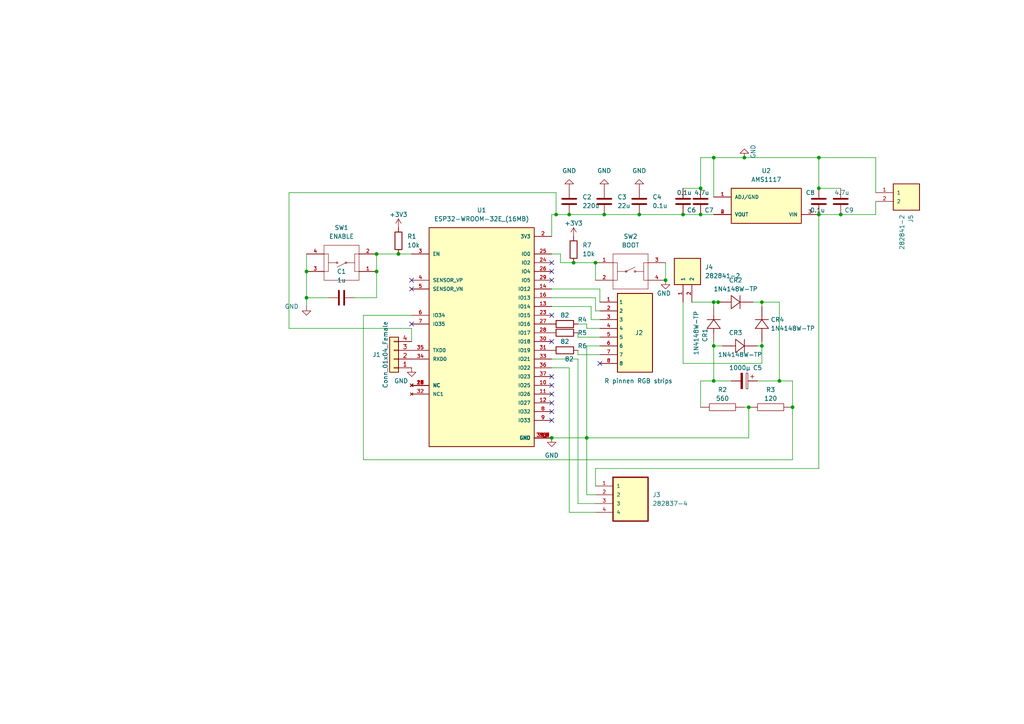
<source format=kicad_sch>
(kicad_sch (version 20211123) (generator eeschema)
  (paper "A4")
  (lib_symbols
    (symbol "1825910-6:1825910-6" (pin_names (offset 1.016) hide)
      (property "Reference" "SW" (at -5.08 5.842 0))
      (property "Value" "1825910-6" (at -5.08 -7.62 0))
      (symbol "1825910-6_0_0"
        (circle (center -1.27 0) (radius 0.254) (stroke (width 0.127)))
        (polyline (pts (xy -5.08 -5.08) (xy 5.08 -5.08)) (stroke (width 0.127)))
        (polyline (pts (xy -5.08 -2.54) (xy -5.08 -5.08)) (stroke (width 0.127)))
        (polyline (pts (xy -5.08 2.54) (xy -5.08 -2.54)) (stroke (width 0.127)))
        (polyline (pts (xy -5.08 2.54) (xy -3.81 2.54)) (stroke (width 0.127)))
        (polyline (pts (xy -5.08 5.08) (xy -5.08 2.54)) (stroke (width 0.127)))
        (polyline (pts (xy -5.08 5.08) (xy 5.08 5.08)) (stroke (width 0.127)))
        (polyline (pts (xy -3.81 -2.54) (xy -5.08 -2.54)) (stroke (width 0.127)))
        (polyline (pts (xy -3.81 0) (xy -3.81 -2.54)) (stroke (width 0.127)))
        (polyline (pts (xy -3.81 0) (xy -1.27 0)) (stroke (width 0.127)))
        (polyline (pts (xy -3.81 2.54) (xy -3.81 0)) (stroke (width 0.127)))
        (polyline (pts (xy -1.27 0) (xy 1.27 1.27)) (stroke (width 0.127)))
        (polyline (pts (xy 1.27 0) (xy 3.81 0)) (stroke (width 0.127)))
        (polyline (pts (xy 3.81 -2.54) (xy 5.08 -2.54)) (stroke (width 0.127)))
        (polyline (pts (xy 3.81 0) (xy 3.81 -2.54)) (stroke (width 0.127)))
        (polyline (pts (xy 3.81 0) (xy 3.81 2.54)) (stroke (width 0.127)))
        (polyline (pts (xy 3.81 2.54) (xy 5.08 2.54)) (stroke (width 0.127)))
        (polyline (pts (xy 5.08 -2.54) (xy 5.08 -5.08)) (stroke (width 0.127)))
        (polyline (pts (xy 5.08 2.54) (xy 5.08 -2.54)) (stroke (width 0.127)))
        (polyline (pts (xy 5.08 5.08) (xy 5.08 2.54)) (stroke (width 0.127)))
        (circle (center 1.27 0) (radius 0.254) (stroke (width 0.127)))
        (pin passive line (at -10.16 2.54 0) (length 5.08) (name "~") (number "1"))
        (pin passive line (at -10.16 -2.54 0) (length 5.08) (name "~") (number "2"))
        (pin passive line (at 10.16 2.54 180) (length 5.08) (name "~") (number "3"))
        (pin passive line (at 10.16 -2.54 180) (length 5.08) (name "~") (number "4"))
      )
    )
    (symbol "1N4148W-TP:1N4148W-TP" (pin_numbers hide) (pin_names (offset 1.016) hide)
      (property "Reference" "CR" (at -2.8194 2.6924 0))
      (property "Value" "1N4148W-TP" (at -3.8862 -5.5372 0))
      (symbol "1N4148W-TP_0_0"
        (polyline (pts (xy 2.54 0) (xy 3.81 0)) (stroke (width 0.2032)))
        (polyline (pts (xy 3.81 -1.905) (xy 6.35 0)) (stroke (width 0.2032)))
        (polyline (pts (xy 3.81 0) (xy 3.81 -1.905)) (stroke (width 0.2032)))
        (polyline (pts (xy 3.81 1.905) (xy 3.81 0)) (stroke (width 0.2032)))
        (polyline (pts (xy 6.35 -1.905) (xy 6.35 0)) (stroke (width 0.2032)))
        (polyline (pts (xy 6.35 0) (xy 3.81 1.905)) (stroke (width 0.2032)))
        (polyline (pts (xy 6.35 0) (xy 6.35 1.905)) (stroke (width 0.2032)))
        (polyline (pts (xy 6.35 0) (xy 7.62 0)) (stroke (width 0.2032)))
        (pin passive line (at 10.16 0 180) (length 2.54) (name "~") (number "1"))
        (pin passive line (at 0 0 0) (length 2.54) (name "~") (number "2"))
      )
    )
    (symbol "282837-4:282837-4" (pin_names (offset 1.016))
      (property "Reference" "J" (at 0 12.7 0))
      (property "Value" "282837-4" (at 0 -10.16 0))
      (symbol "282837-4_0_0"
        (rectangle (start -5.08 -5.08) (end 5.08 7.62) (stroke (width 0.4064)) (fill (type background)))
        (pin passive line (at -10.16 5.08 0) (length 5.08) (name "1") (number "1"))
        (pin passive line (at -10.16 2.54 0) (length 5.08) (name "2") (number "2"))
        (pin passive line (at -10.16 0 0) (length 5.08) (name "3") (number "3"))
        (pin passive line (at -10.16 -2.54 0) (length 5.08) (name "4") (number "4"))
      )
    )
    (symbol "282841-2:282841-2" (pin_names (offset 1.016))
      (property "Reference" "J" (at 0 10.16 0))
      (property "Value" "282841-2" (at 0 -7.62 0))
      (symbol "282841-2_0_0"
        (rectangle (start -5.08 -2.54) (end 2.54 5.08) (stroke (width 0.254)) (fill (type background)))
        (pin passive line (at -10.16 2.54 0) (length 5.08) (name "1") (number "1"))
        (pin passive line (at -10.16 0 0) (length 5.08) (name "2") (number "2"))
      )
    )
    (symbol "282841-5:8_pin_connector"
      (property "Reference" "U" (at -5.08 12.7 0))
      (property "Value" "8_pin_connector" (at 0 -13.97 0))
      (symbol "8_pin_connector_0_0"
        (pin passive line (at -10.16 8.89 0) (length 5.08) (name "1") (number "1"))
        (pin passive line (at -10.16 6.35 0) (length 5.08) (name "2") (number "2"))
        (pin passive line (at -10.16 3.81 0) (length 5.08) (name "3") (number "3"))
        (pin passive line (at -10.16 1.27 0) (length 5.08) (name "4") (number "4"))
        (pin passive line (at -10.16 -1.27 0) (length 5.08) (name "5") (number "5"))
        (pin passive line (at -10.16 -3.81 0) (length 5.08) (name "6") (number "6"))
        (pin passive line (at -10.16 -6.35 0) (length 5.08) (name "7") (number "7"))
        (pin passive line (at -10.16 -8.89 0) (length 5.08) (name "8") (number "8"))
      )
      (symbol "8_pin_connector_0_1"
        (rectangle (start -5.08 11.43) (end 5.08 -11.43))
        (rectangle (start -5.08 11.43) (end 5.08 -11.43) (fill (type background)))
        (polyline (pts (xy -5.08 11.43) (xy -5.08 -11.43) (xy 5.08 -11.43) (xy 5.08 11.43) (xy -5.08 11.43)) (stroke (width 0.254)))
      )
    )
    (symbol "AMS1117:AMS1117" (pin_names (offset 1.016))
      (property "Reference" "U" (at -10.16 5.588 0))
      (property "Value" "AMS1117" (at -10.16 -8.128 0))
      (symbol "AMS1117_0_0"
        (rectangle (start -10.16 -5.08) (end 10.16 5.08) (stroke (width 0.254)) (fill (type background)))
        (pin power_in line (at 15.24 -2.54 180) (length 5.08) (name "ADJ/GND") (number "1"))
        (pin output line (at 15.24 2.54 180) (length 5.08) (name "VOUT") (number "2"))
        (pin input line (at -15.24 2.54 0) (length 5.08) (name "VIN") (number "3"))
        (pin output line (at 15.24 2.54 180) (length 5.08) (name "VOUT") (number "4"))
      )
    )
    (symbol "Connector_Generic:Conn_01x04" (pin_names (offset 1.016) hide)
      (property "Reference" "J" (at 0 5.08 0))
      (property "Value" "Conn_01x04" (at 0 -7.62 0))
      (symbol "Conn_01x04_1_1"
        (rectangle (start -1.27 -4.953) (end 0 -5.207) (stroke (width 0.1524)))
        (rectangle (start -1.27 -2.413) (end 0 -2.667) (stroke (width 0.1524)))
        (rectangle (start -1.27 0.127) (end 0 -0.127) (stroke (width 0.1524)))
        (rectangle (start -1.27 2.667) (end 0 2.413) (stroke (width 0.1524)))
        (rectangle (start -1.27 3.81) (end 1.27 -6.35) (stroke (width 0.254)) (fill (type background)))
        (pin passive line (at -5.08 2.54 0) (length 3.81) (name "Pin_1") (number "1"))
        (pin passive line (at -5.08 0 0) (length 3.81) (name "Pin_2") (number "2"))
        (pin passive line (at -5.08 -2.54 0) (length 3.81) (name "Pin_3") (number "3"))
        (pin passive line (at -5.08 -5.08 0) (length 3.81) (name "Pin_4") (number "4"))
      )
    )
    (symbol "Device:C" (pin_numbers hide) (pin_names (offset 0.254))
      (property "Reference" "C" (at 0.635 2.54 0))
      (property "Value" "C" (at 0.635 -2.54 0))
      (symbol "C_0_1"
        (polyline (pts (xy -2.032 -0.762) (xy 2.032 -0.762)) (stroke (width 0.508)))
        (polyline (pts (xy -2.032 0.762) (xy 2.032 0.762)) (stroke (width 0.508)))
      )
      (symbol "C_1_1"
        (pin passive line (at 0 3.81 270) (length 2.794) (name "~") (number "1"))
        (pin passive line (at 0 -3.81 90) (length 2.794) (name "~") (number "2"))
      )
    )
    (symbol "Device:C_Polarized" (pin_numbers hide) (pin_names (offset 0.254))
      (property "Reference" "C" (at 0.635 2.54 0))
      (property "Value" "C_Polarized" (at 0.635 -2.54 0))
      (symbol "C_Polarized_0_1"
        (rectangle (start -2.286 0.508) (end 2.286 1.016))
        (polyline (pts (xy -1.778 2.286) (xy -0.762 2.286)))
        (polyline (pts (xy -1.27 2.794) (xy -1.27 1.778)))
        (rectangle (start 2.286 -0.508) (end -2.286 -1.016) (fill (type outline)))
      )
      (symbol "C_Polarized_1_1"
        (pin passive line (at 0 3.81 270) (length 2.794) (name "~") (number "1"))
        (pin passive line (at 0 -3.81 90) (length 2.794) (name "~") (number "2"))
      )
    )
    (symbol "Device:R" (pin_numbers hide) (pin_names (offset 0))
      (property "Reference" "R" (at 2.032 0 90))
      (property "Value" "R" (at 0 0 90))
      (symbol "R_0_1"
        (rectangle (start -1.016 -2.54) (end 1.016 2.54) (stroke (width 0.254)))
      )
      (symbol "R_1_1"
        (pin passive line (at 0 3.81 270) (length 1.27) (name "~") (number "1"))
        (pin passive line (at 0 -3.81 90) (length 1.27) (name "~") (number "2"))
      )
    )
    (symbol "ESP32-WROOM-32E__16MB_:ESP32-WROOM-32E_(16MB)" (pin_names (offset 1.016))
      (property "Reference" "U" (at -15.24 33.909 0))
      (property "Value" "ESP32-WROOM-32E_(16MB)" (at -15.24 -33.02 0))
      (symbol "ESP32-WROOM-32E_(16MB)_0_0"
        (rectangle (start -15.24 -30.48) (end 15.24 33.02) (stroke (width 0.254)) (fill (type background)))
        (pin power_in line (at 20.32 -27.94 180) (length 5.08) (name "GND") (number "1"))
        (pin bidirectional line (at 20.32 -12.7 180) (length 5.08) (name "IO25") (number "10"))
        (pin bidirectional line (at 20.32 -15.24 180) (length 5.08) (name "IO26") (number "11"))
        (pin bidirectional line (at 20.32 -17.78 180) (length 5.08) (name "IO27") (number "12"))
        (pin bidirectional line (at 20.32 10.16 180) (length 5.08) (name "IO14") (number "13"))
        (pin bidirectional line (at 20.32 15.24 180) (length 5.08) (name "IO12") (number "14"))
        (pin power_in line (at 20.32 -27.94 180) (length 5.08) (name "GND") (number "15"))
        (pin bidirectional line (at 20.32 12.7 180) (length 5.08) (name "IO13") (number "16"))
        (pin no_connect line (at -20.32 -12.7 0) (length 5.08) (name "NC") (number "17"))
        (pin no_connect line (at -20.32 -12.7 0) (length 5.08) (name "NC") (number "18"))
        (pin no_connect line (at -20.32 -12.7 0) (length 5.08) (name "NC") (number "19"))
        (pin power_in line (at 20.32 30.48 180) (length 5.08) (name "3V3") (number "2"))
        (pin no_connect line (at -20.32 -12.7 0) (length 5.08) (name "NC") (number "20"))
        (pin no_connect line (at -20.32 -12.7 0) (length 5.08) (name "NC") (number "21"))
        (pin no_connect line (at -20.32 -12.7 0) (length 5.08) (name "NC") (number "22"))
        (pin bidirectional line (at 20.32 7.62 180) (length 5.08) (name "IO15") (number "23"))
        (pin bidirectional line (at 20.32 22.86 180) (length 5.08) (name "IO2") (number "24"))
        (pin bidirectional line (at 20.32 25.4 180) (length 5.08) (name "IO0") (number "25"))
        (pin bidirectional line (at 20.32 20.32 180) (length 5.08) (name "IO4") (number "26"))
        (pin bidirectional line (at 20.32 5.08 180) (length 5.08) (name "IO16") (number "27"))
        (pin bidirectional line (at 20.32 2.54 180) (length 5.08) (name "IO17") (number "28"))
        (pin bidirectional line (at 20.32 17.78 180) (length 5.08) (name "IO5") (number "29"))
        (pin input line (at -20.32 25.4 0) (length 5.08) (name "EN") (number "3"))
        (pin bidirectional line (at 20.32 0 180) (length 5.08) (name "IO18") (number "30"))
        (pin bidirectional line (at 20.32 -2.54 180) (length 5.08) (name "IO19") (number "31"))
        (pin no_connect line (at -20.32 -15.24 0) (length 5.08) (name "NC1") (number "32"))
        (pin bidirectional line (at 20.32 -5.08 180) (length 5.08) (name "IO21") (number "33"))
        (pin bidirectional line (at -20.32 -5.08 0) (length 5.08) (name "RXD0") (number "34"))
        (pin bidirectional line (at -20.32 -2.54 0) (length 5.08) (name "TXD0") (number "35"))
        (pin bidirectional line (at 20.32 -7.62 180) (length 5.08) (name "IO22") (number "36"))
        (pin bidirectional line (at 20.32 -10.16 180) (length 5.08) (name "IO23") (number "37"))
        (pin power_in line (at 20.32 -27.94 180) (length 5.08) (name "GND") (number "38"))
        (pin power_in line (at 20.32 -27.94 180) (length 5.08) (name "GND") (number "39_1"))
        (pin power_in line (at 20.32 -27.94 180) (length 5.08) (name "GND") (number "39_2"))
        (pin power_in line (at 20.32 -27.94 180) (length 5.08) (name "GND") (number "39_3"))
        (pin power_in line (at 20.32 -27.94 180) (length 5.08) (name "GND") (number "39_4"))
        (pin power_in line (at 20.32 -27.94 180) (length 5.08) (name "GND") (number "39_5"))
        (pin power_in line (at 20.32 -27.94 180) (length 5.08) (name "GND") (number "39_6"))
        (pin power_in line (at 20.32 -27.94 180) (length 5.08) (name "GND") (number "39_7"))
        (pin power_in line (at 20.32 -27.94 180) (length 5.08) (name "GND") (number "39_8"))
        (pin power_in line (at 20.32 -27.94 180) (length 5.08) (name "GND") (number "39_9"))
        (pin input line (at -20.32 17.78 0) (length 5.08) (name "SENSOR_VP") (number "4"))
        (pin input line (at -20.32 15.24 0) (length 5.08) (name "SENSOR_VN") (number "5"))
        (pin input line (at -20.32 7.62 0) (length 5.08) (name "IO34") (number "6"))
        (pin input line (at -20.32 5.08 0) (length 5.08) (name "IO35") (number "7"))
        (pin bidirectional line (at 20.32 -20.32 180) (length 5.08) (name "IO32") (number "8"))
        (pin bidirectional line (at 20.32 -22.86 180) (length 5.08) (name "IO33") (number "9"))
      )
    )
    (symbol "power:+3V3" (power) (pin_names (offset 0))
      (property "Value" "+3V3" (at 0 3.556 0))
      (symbol "+3V3_0_1"
        (polyline (pts (xy -0.762 1.27) (xy 0 2.54)))
        (polyline (pts (xy 0 0) (xy 0 2.54)))
        (polyline (pts (xy 0 2.54) (xy 0.762 1.27)))
      )
      (symbol "+3V3_1_1"
        (pin power_in line (at 0 0 90) (length 0) hide (name "+3V3") (number "1"))
      )
    )
    (symbol "power:GND" (power) (pin_names (offset 0))
      (property "Value" "GND" (at 0 -3.81 0))
      (symbol "GND_0_1"
        (polyline (pts (xy 0 0) (xy 0 -1.27) (xy 1.27 -1.27) (xy 0 -2.54) (xy -1.27 -1.27) (xy 0 -1.27)))
      )
      (symbol "GND_1_1"
        (pin power_in line (at 0 0 270) (length 0) hide (name "GND") (number "1"))
      )
    )
    (symbol "pspice:R" (pin_numbers hide) (pin_names (offset 0))
      (property "Reference" "R" (at 2.032 0 90))
      (property "Value" "R" (at 0 0 90))
      (symbol "R_0_1"
        (rectangle (start -1.016 3.81) (end 1.016 -3.81))
      )
      (symbol "R_1_1"
        (pin passive line (at 0 6.35 270) (length 2.54) (name "~") (number "1"))
        (pin passive line (at 0 -6.35 90) (length 2.54) (name "~") (number "2"))
      )
    )
  )
  (junction (at 220.98 87.63))
  (junction (at 220.98 100.33))
  (junction (at 160.02 127))
  (junction (at 88.9 86.36))
  (junction (at 185.42 62.23))
  (junction (at 172.72 76.2))
  (junction (at 237.49 62.23))
  (junction (at 217.17 118.11))
  (junction (at 109.22 78.74))
  (junction (at 88.9 78.74))
  (junction (at 229.87 118.11))
  (junction (at 237.49 45.72))
  (junction (at 207.01 87.63))
  (junction (at 237.49 54.61))
  (junction (at 193.04 81.28))
  (junction (at 109.22 73.66))
  (junction (at 215.9 45.72))
  (junction (at 207.01 110.49))
  (junction (at 198.12 62.23))
  (junction (at 207.01 100.33))
  (junction (at 243.84 62.23))
  (junction (at 166.37 76.2))
  (junction (at 207.01 45.72))
  (junction (at 165.1 62.23))
  (junction (at 208.28 87.63))
  (junction (at 226.06 110.49))
  (junction (at 203.2 62.23))
  (junction (at 161.29 62.23))
  (junction (at 203.2 54.61))
  (junction (at 115.57 73.66))
  (junction (at 170.18 127))
  (junction (at 175.26 62.23))
  (no_connect (at 119.38 93.98))
  (no_connect (at 160.02 121.92))
  (no_connect (at 160.02 91.44))
  (no_connect (at 160.02 109.22))
  (no_connect (at 119.38 83.82))
  (no_connect (at 119.38 81.28))
  (no_connect (at 160.02 99.06))
  (no_connect (at 160.02 114.3))
  (no_connect (at 160.02 111.76))
  (no_connect (at 160.02 78.74))
  (no_connect (at 160.02 81.28))
  (no_connect (at 173.99 105.41))
  (no_connect (at 160.02 116.84))
  (no_connect (at 160.02 119.38))
  (no_connect (at 160.02 76.2))
  (wire (pts (xy 207.01 99.06) (xy 207.01 100.33)))
  (wire (pts (xy 115.57 73.66) (xy 119.38 73.66)))
  (wire (pts (xy 167.64 146.05) (xy 167.64 104.14)))
  (wire (pts (xy 173.99 83.82) (xy 173.99 87.63)))
  (wire (pts (xy 198.12 62.23) (xy 203.2 62.23)))
  (wire (pts (xy 162.56 73.66) (xy 162.56 76.2)))
  (wire (pts (xy 161.29 55.88) (xy 161.29 62.23)))
  (wire (pts (xy 220.98 87.63) (xy 220.98 88.9)))
  (wire (pts (xy 207.01 100.33) (xy 207.01 110.49)))
  (wire (pts (xy 102.87 86.36) (xy 109.22 86.36)))
  (wire (pts (xy 215.9 45.72) (xy 207.01 45.72)))
  (wire (pts (xy 165.1 148.59) (xy 172.72 148.59)))
  (wire (pts (xy 237.49 45.72) (xy 215.9 45.72)))
  (wire (pts (xy 160.02 62.23) (xy 161.29 62.23)))
  (wire (pts (xy 237.49 62.23) (xy 237.49 135.89)))
  (wire (pts (xy 207.01 45.72) (xy 207.01 57.15)))
  (wire (pts (xy 172.72 90.17) (xy 173.99 90.17)))
  (wire (pts (xy 229.87 118.11) (xy 229.87 110.49)))
  (wire (pts (xy 165.1 62.23) (xy 175.26 62.23)))
  (wire (pts (xy 219.71 100.33) (xy 220.98 100.33)))
  (wire (pts (xy 170.18 95.25) (xy 173.99 95.25)))
  (wire (pts (xy 229.87 110.49) (xy 226.06 110.49)))
  (wire (pts (xy 167.64 97.79) (xy 173.99 97.79)))
  (wire (pts (xy 161.29 62.23) (xy 165.1 62.23)))
  (wire (pts (xy 243.84 62.23) (xy 254 62.23)))
  (wire (pts (xy 217.17 118.11) (xy 217.17 127)))
  (wire (pts (xy 237.49 54.61) (xy 237.49 45.72)))
  (wire (pts (xy 167.64 104.14) (xy 160.02 104.14)))
  (wire (pts (xy 119.38 99.06) (xy 119.38 95.25)))
  (wire (pts (xy 218.44 87.63) (xy 220.98 87.63)))
  (wire (pts (xy 219.71 110.49) (xy 226.06 110.49)))
  (wire (pts (xy 170.18 143.51) (xy 172.72 143.51)))
  (wire (pts (xy 170.18 127) (xy 217.17 127)))
  (wire (pts (xy 160.02 83.82) (xy 173.99 83.82)))
  (wire (pts (xy 88.9 86.36) (xy 88.9 88.9)))
  (wire (pts (xy 237.49 54.61) (xy 243.84 54.61)))
  (wire (pts (xy 162.56 76.2) (xy 166.37 76.2)))
  (wire (pts (xy 88.9 78.74) (xy 88.9 73.66)))
  (wire (pts (xy 172.72 140.97) (xy 172.72 135.89)))
  (wire (pts (xy 83.82 95.25) (xy 83.82 55.88)))
  (wire (pts (xy 254 58.42) (xy 254 62.23)))
  (wire (pts (xy 160.02 88.9) (xy 171.45 88.9)))
  (wire (pts (xy 167.64 93.98) (xy 170.18 93.98)))
  (wire (pts (xy 207.01 110.49) (xy 212.09 110.49)))
  (wire (pts (xy 203.2 45.72) (xy 203.2 54.61)))
  (wire (pts (xy 207.01 45.72) (xy 203.2 45.72)))
  (wire (pts (xy 160.02 62.23) (xy 160.02 68.58)))
  (wire (pts (xy 171.45 92.71) (xy 173.99 92.71)))
  (wire (pts (xy 167.64 101.6) (xy 167.64 102.87)))
  (wire (pts (xy 175.26 62.23) (xy 185.42 62.23)))
  (wire (pts (xy 254 45.72) (xy 237.49 45.72)))
  (wire (pts (xy 160.02 106.68) (xy 165.1 106.68)))
  (wire (pts (xy 172.72 86.36) (xy 172.72 90.17)))
  (wire (pts (xy 229.87 118.11) (xy 229.87 133.35)))
  (wire (pts (xy 171.45 88.9) (xy 171.45 92.71)))
  (wire (pts (xy 88.9 78.74) (xy 88.9 86.36)))
  (wire (pts (xy 109.22 86.36) (xy 109.22 78.74)))
  (wire (pts (xy 220.98 100.33) (xy 220.98 105.41)))
  (wire (pts (xy 160.02 86.36) (xy 172.72 86.36)))
  (wire (pts (xy 170.18 100.33) (xy 170.18 127)))
  (wire (pts (xy 83.82 55.88) (xy 161.29 55.88)))
  (wire (pts (xy 200.66 87.63) (xy 207.01 87.63)))
  (wire (pts (xy 88.9 86.36) (xy 95.25 86.36)))
  (wire (pts (xy 237.49 62.23) (xy 243.84 62.23)))
  (wire (pts (xy 220.98 99.06) (xy 220.98 100.33)))
  (wire (pts (xy 193.04 76.2) (xy 193.04 81.28)))
  (wire (pts (xy 207.01 87.63) (xy 207.01 88.9)))
  (wire (pts (xy 172.72 135.89) (xy 237.49 135.89)))
  (wire (pts (xy 220.98 87.63) (xy 226.06 87.63)))
  (wire (pts (xy 254 55.88) (xy 254 45.72)))
  (wire (pts (xy 207.01 87.63) (xy 208.28 87.63)))
  (wire (pts (xy 203.2 110.49) (xy 207.01 110.49)))
  (wire (pts (xy 173.99 100.33) (xy 170.18 100.33)))
  (wire (pts (xy 207.01 100.33) (xy 209.55 100.33)))
  (wire (pts (xy 198.12 54.61) (xy 203.2 54.61)))
  (wire (pts (xy 105.41 133.35) (xy 229.87 133.35)))
  (wire (pts (xy 172.72 146.05) (xy 167.64 146.05)))
  (wire (pts (xy 172.72 76.2) (xy 172.72 81.28)))
  (wire (pts (xy 105.41 133.35) (xy 105.41 91.44)))
  (wire (pts (xy 208.28 87.63) (xy 209.55 87.63)))
  (wire (pts (xy 162.56 73.66) (xy 160.02 73.66)))
  (wire (pts (xy 109.22 78.74) (xy 109.22 73.66)))
  (wire (pts (xy 119.38 95.25) (xy 83.82 95.25)))
  (wire (pts (xy 226.06 87.63) (xy 226.06 110.49)))
  (wire (pts (xy 203.2 118.11) (xy 203.2 110.49)))
  (wire (pts (xy 203.2 62.23) (xy 207.01 62.23)))
  (wire (pts (xy 215.9 118.11) (xy 217.17 118.11)))
  (wire (pts (xy 109.22 73.66) (xy 115.57 73.66)))
  (wire (pts (xy 160.02 127) (xy 170.18 127)))
  (wire (pts (xy 185.42 62.23) (xy 198.12 62.23)))
  (wire (pts (xy 105.41 91.44) (xy 119.38 91.44)))
  (wire (pts (xy 167.64 96.52) (xy 167.64 97.79)))
  (wire (pts (xy 170.18 93.98) (xy 170.18 95.25)))
  (wire (pts (xy 170.18 127) (xy 170.18 143.51)))
  (wire (pts (xy 166.37 76.2) (xy 172.72 76.2)))
  (wire (pts (xy 165.1 106.68) (xy 165.1 148.59)))
  (wire (pts (xy 167.64 102.87) (xy 173.99 102.87)))
  (wire (pts (xy 198.12 105.41) (xy 220.98 105.41)))
  (wire (pts (xy 198.12 87.63) (xy 198.12 105.41)))
  (symbol (lib_id "Device:R") (at 163.83 96.52 90) (unit 1)
    (property "Reference" "R5" (at 168.91 96.52 90))
    (property "Value" "82" (at 163.83 99.06 90))
    (property "Footprint" "Resistor_SMD:R_0805_2012Metric_Pad1.20x1.40mm_HandSolder" (effects hide))
  )
  (symbol (lib_id "Connector_Generic:Conn_01x04") (at 114.3 104.14 180) (unit 1)
    (property "Reference" "J1" (at 109.22 102.87 0))
    (property "Value" "Conn_01x04_Female" (at 111.76 102.87 90))
    (property "Footprint" "Connector_PinHeader_2.54mm:PinHeader_1x04_P2.54mm_Vertical" (effects hide))
  )
  (symbol (lib_id "pspice:R") (at 209.55 118.11 90) (unit 1)
    (property "Reference" "R2" (at 209.55 113.03 90))
    (property "Value" "560" (at 209.55 115.57 90))
    (property "Footprint" "Resistor_SMD:R_0805_2012Metric_Pad1.20x1.40mm_HandSolder" (effects hide))
  )
  (symbol (lib_id "1N4148W-TP:1N4148W-TP") (at 220.98 99.06 90) (unit 1)
    (property "Reference" "CR4" (at 223.52 92.71 90) (effects (justify right)))
    (property "Value" "1N4148W-TP" (at 223.52 95.25 90) (effects (justify right)))
    (property "Footprint" "Diode_SMD:D_0603_1608Metric_Pad1.05x0.95mm_HandSolder" (effects hide))
    (property "MANUFACTURER_PART_NUMBER" "1N4148W-TP" (effects hide))
    (property "BUILT_BY" "EMA_Cory" (effects hide))
    (property "VENDOR" "Micro Commercial Co" (effects hide))
    (property "DATASHEET" "https://www.mccsemi.com/pdf/Products/1N4148W(SOD123).pdf" (effects hide))
    (property "COPYRIGHT" "Copyright (C) 2018 Accelerated Designs. All rights reserved" (effects hide))
  )
  (symbol (lib_id "Device:C") (at 198.12 58.42 180) (unit 1)
    (property "Reference" "C6" (at 201.93 60.96 0) (effects (justify left)))
    (property "Value" "0.1u" (at 200.66 55.88 0) (effects (justify left)))
    (property "Footprint" "Capacitor_SMD:C_0805_2012Metric_Pad1.18x1.45mm_HandSolder" (effects hide))
  )
  (symbol (lib_id "Device:R") (at 163.83 101.6 90) (unit 1)
    (property "Reference" "R6" (at 168.91 100.33 90))
    (property "Value" "82" (at 165.1 104.14 90))
    (property "Footprint" "Resistor_SMD:R_0805_2012Metric_Pad1.20x1.40mm_HandSolder" (effects hide))
  )
  (symbol (lib_id "1N4148W-TP:1N4148W-TP") (at 209.55 100.33 0) (unit 1)
    (property "Reference" "CR3" (at 213.36 96.52 0))
    (property "Value" "1N4148W-TP" (at 214.63 102.87 0))
    (property "Footprint" "Diode_SMD:D_0603_1608Metric_Pad1.05x0.95mm_HandSolder" (effects hide))
    (property "MANUFACTURER_PART_NUMBER" "1N4148W-TP" (effects hide))
    (property "BUILT_BY" "EMA_Cory" (effects hide))
    (property "VENDOR" "Micro Commercial Co" (effects hide))
    (property "DATASHEET" "https://www.mccsemi.com/pdf/Products/1N4148W(SOD123).pdf" (effects hide))
    (property "COPYRIGHT" "Copyright (C) 2018 Accelerated Designs. All rights reserved" (effects hide))
  )
  (symbol (lib_id "power:GND") (at 160.02 127 0) (unit 1)
    (property "Reference" "#PWR0102" (effects hide))
    (property "Value" "GND" (at 160.02 132.08 0))
  )
  (symbol (lib_id "power:GND") (at 215.9 45.72 180) (unit 1)
    (property "Reference" "#PWR05" (effects hide))
    (property "Value" "GND" (at 218.44 41.91 90) (effects (justify left)))
  )
  (symbol (lib_id "1825910-6:1825910-6") (at 182.88 78.74 0) (unit 1)
    (property "Reference" "SW2" (at 182.88 68.58 0))
    (property "Value" "BOOT" (at 182.88 71.12 0))
    (property "Footprint" "libraries:SW_1825910-6-4" (effects hide))
    (property "Comment" "1825910-6" (effects hide))
  )
  (symbol (lib_id "power:GND") (at 175.26 54.61 180) (unit 1)
    (property "Reference" "#PWR0104" (effects hide))
    (property "Value" "GND" (at 175.26 49.53 0))
  )
  (symbol (lib_id "Device:R") (at 166.37 72.39 0) (unit 1)
    (property "Reference" "R7" (at 168.91 71.1199 0) (effects (justify left)))
    (property "Value" "10k" (at 168.91 73.6599 0) (effects (justify left)))
    (property "Footprint" "Resistor_SMD:R_0805_2012Metric_Pad1.20x1.40mm_HandSolder" (effects hide))
  )
  (symbol (lib_id "1N4148W-TP:1N4148W-TP") (at 207.01 99.06 90) (unit 1)
    (property "Reference" "CR1" (at 204.47 95.25 0) (effects (justify right)))
    (property "Value" "1N4148W-TP" (at 201.93 90.17 0) (effects (justify right)))
    (property "Footprint" "Diode_SMD:D_0603_1608Metric_Pad1.05x0.95mm_HandSolder" (effects hide))
    (property "MANUFACTURER_PART_NUMBER" "1N4148W-TP" (effects hide))
    (property "BUILT_BY" "EMA_Cory" (effects hide))
    (property "VENDOR" "Micro Commercial Co" (effects hide))
    (property "DATASHEET" "https://www.mccsemi.com/pdf/Products/1N4148W(SOD123).pdf" (effects hide))
    (property "COPYRIGHT" "Copyright (C) 2018 Accelerated Designs. All rights reserved" (effects hide))
  )
  (symbol (lib_id "power:GND") (at 165.1 54.61 180) (unit 1)
    (property "Reference" "#PWR0103" (effects hide))
    (property "Value" "GND" (at 165.1 49.53 0))
  )
  (symbol (lib_id "power:GND") (at 185.42 54.61 180) (unit 1)
    (property "Reference" "#PWR0106" (effects hide))
    (property "Value" "GND" (at 185.42 49.53 0))
  )
  (symbol (lib_id "Device:C") (at 203.2 58.42 180) (unit 1)
    (property "Reference" "C7" (at 207.01 60.96 0) (effects (justify left)))
    (property "Value" "4.7u" (at 205.74 55.88 0) (effects (justify left)))
    (property "Footprint" "Capacitor_SMD:C_0805_2012Metric_Pad1.18x1.45mm_HandSolder" (effects hide))
  )
  (symbol (lib_id "power:+3V3") (at 166.37 68.58 0) (unit 1)
    (property "Reference" "#PWR03" (effects hide))
    (property "Value" "+3V3" (at 166.37 64.77 0))
  )
  (symbol (lib_id "Device:C") (at 165.1 58.42 180) (unit 1)
    (property "Reference" "C2" (at 168.91 57.1499 0) (effects (justify right)))
    (property "Value" "220u" (at 168.91 59.6899 0) (effects (justify right)))
    (property "Footprint" "Capacitor_SMD:C_0805_2012Metric_Pad1.18x1.45mm_HandSolder" (effects hide))
  )
  (symbol (lib_id "282841-2:282841-2") (at 200.66 77.47 90) (unit 1)
    (property "Reference" "J4" (at 204.47 77.4699 90) (effects (justify right)))
    (property "Value" "282841-2" (at 204.47 80.0099 90) (effects (justify right)))
    (property "Footprint" "libraries:TE_282841-2" (effects hide))
    (property "Comment" "282841-2" (effects hide))
    (property "EU_RoHS_Compliance" "Compliant with Exemptions" (effects hide))
  )
  (symbol (lib_id "282837-4:282837-4") (at 182.88 146.05 0) (unit 1)
    (property "Reference" "J3" (at 189.23 143.5099 0) (effects (justify left)))
    (property "Value" "282837-4" (at 189.23 146.0499 0) (effects (justify left)))
    (property "Footprint" "282837-4:TE_282837-4" (effects hide))
    (property "Comment" "282837-4" (effects hide))
    (property "EU_RoHS_Compliance" "Compliant with Exemptions" (effects hide))
  )
  (symbol (lib_id "1N4148W-TP:1N4148W-TP") (at 208.28 87.63 0) (unit 1)
    (property "Reference" "CR2" (at 213.36 81.28 0))
    (property "Value" "1N4148W-TP" (at 213.36 83.82 0))
    (property "Footprint" "Diode_SMD:D_0603_1608Metric_Pad1.05x0.95mm_HandSolder" (effects hide))
    (property "MANUFACTURER_PART_NUMBER" "1N4148W-TP" (effects hide))
    (property "BUILT_BY" "EMA_Cory" (effects hide))
    (property "VENDOR" "Micro Commercial Co" (effects hide))
    (property "DATASHEET" "https://www.mccsemi.com/pdf/Products/1N4148W(SOD123).pdf" (effects hide))
    (property "COPYRIGHT" "Copyright (C) 2018 Accelerated Designs. All rights reserved" (effects hide))
  )
  (symbol (lib_id "Device:C") (at 99.06 86.36 90) (unit 1)
    (property "Reference" "C1" (at 99.06 78.74 90))
    (property "Value" "1u" (at 99.06 81.28 90))
    (property "Footprint" "Capacitor_SMD:C_0805_2012Metric_Pad1.18x1.45mm_HandSolder" (effects hide))
  )
  (symbol (lib_id "Device:C") (at 175.26 58.42 180) (unit 1)
    (property "Reference" "C3" (at 179.07 57.1499 0) (effects (justify right)))
    (property "Value" "22u" (at 179.07 59.6899 0) (effects (justify right)))
    (property "Footprint" "Capacitor_SMD:C_0805_2012Metric_Pad1.18x1.45mm_HandSolder" (effects hide))
  )
  (symbol (lib_id "Device:C") (at 243.84 58.42 180) (unit 1)
    (property "Reference" "C9" (at 247.65 60.96 0) (effects (justify left)))
    (property "Value" "4.7u" (at 246.38 55.88 0) (effects (justify left)))
    (property "Footprint" "Capacitor_SMD:C_0805_2012Metric_Pad1.18x1.45mm_HandSolder" (effects hide))
  )
  (symbol (lib_id "Device:C_Polarized") (at 215.9 110.49 270) (unit 1)
    (property "Reference" "C5" (at 219.71 106.68 90))
    (property "Value" "1000µ" (at 214.63 106.68 90))
    (property "Footprint" "Capacitor_THT:CP_Axial_L26.5mm_D20.0mm_P33.00mm_Horizontal" (effects hide))
  )
  (symbol (lib_id "Device:R") (at 115.57 69.85 0) (unit 1)
    (property "Reference" "R1" (at 118.11 68.5799 0) (effects (justify left)))
    (property "Value" "10k" (at 118.11 71.1199 0) (effects (justify left)))
    (property "Footprint" "Resistor_SMD:R_0805_2012Metric_Pad1.20x1.40mm_HandSolder" (effects hide))
  )
  (symbol (lib_id "power:+3V3") (at 115.57 66.04 0) (unit 1)
    (property "Reference" "#PWR01" (effects hide))
    (property "Value" "+3V3" (at 115.57 62.23 0))
  )
  (symbol (lib_id "Device:R") (at 163.83 93.98 90) (unit 1)
    (property "Reference" "R4" (at 168.91 92.71 90))
    (property "Value" "82" (at 163.83 91.44 90))
    (property "Footprint" "Resistor_SMD:R_0805_2012Metric_Pad1.20x1.40mm_HandSolder" (effects hide))
  )
  (symbol (lib_id "Device:C") (at 237.49 58.42 0) (unit 1)
    (property "Reference" "C8" (at 233.68 55.88 0) (effects (justify left)))
    (property "Value" "0.1u" (at 234.95 60.96 0) (effects (justify left)))
    (property "Footprint" "Capacitor_SMD:C_0805_2012Metric_Pad1.18x1.45mm_HandSolder" (effects hide))
  )
  (symbol (lib_id "power:GND") (at 88.9 88.9 0) (unit 1)
    (property "Reference" "#PWR0101" (effects hide))
    (property "Value" "GND" (at 82.55 88.9 0) (effects (justify left)))
  )
  (symbol (lib_id "power:GND") (at 193.04 81.28 0) (unit 1)
    (property "Reference" "#PWR04" (effects hide))
    (property "Value" "GND" (at 190.5 85.09 0) (effects (justify left)))
  )
  (symbol (lib_id "Device:C") (at 185.42 58.42 180) (unit 1)
    (property "Reference" "C4" (at 189.23 57.1499 0) (effects (justify right)))
    (property "Value" "0.1u" (at 189.23 59.69 0) (effects (justify right)))
    (property "Footprint" "Capacitor_SMD:C_0805_2012Metric_Pad1.18x1.45mm_HandSolder" (effects hide))
  )
  (symbol (lib_id "1825910-6:1825910-6") (at 99.06 76.2 180) (unit 1)
    (property "Reference" "SW1" (at 99.06 66.04 0))
    (property "Value" "ENABLE" (at 99.06 68.58 0))
    (property "Footprint" "libraries:SW_1825910-6-4" (effects hide))
    (property "Comment" "1825910-6" (effects hide))
  )
  (symbol (lib_id "282841-2:282841-2") (at 264.16 58.42 0) (unit 1)
    (property "Reference" "J5" (at 264.1601 62.23 90) (effects (justify right)))
    (property "Value" "282841-2" (at 261.6201 62.23 90) (effects (justify right)))
    (property "Footprint" "libraries:TE_282841-2" (effects hide))
    (property "Comment" "282841-2" (effects hide))
    (property "EU_RoHS_Compliance" "Compliant with Exemptions" (effects hide))
  )
  (symbol (lib_id "AMS1117:AMS1117") (at 222.25 59.69 180) (unit 1)
    (property "Reference" "U2" (at 222.25 49.53 0))
    (property "Value" "AMS1117" (at 222.25 52.07 0))
    (property "Footprint" "libraries:SOT229P700X180-4N" (effects hide))
    (property "MANUFACTURER" "AMS" (effects hide))
    (property "MAXIMUM_PACKAGE_HEIGHT" "1.8mm" (effects hide))
    (property "PARTREV" "N/A" (effects hide))
    (property "STANDARD" "IPC-7351B" (effects hide))
  )
  (symbol (lib_id "power:GND") (at 119.38 106.68 0) (unit 1)
    (property "Reference" "#PWR02" (effects hide))
    (property "Value" "GND" (at 114.3 110.49 0) (effects (justify left)))
  )
  (symbol (lib_id "282841-5:8_pin_connector") (at 184.15 96.52 0) (unit 1)
    (property "Reference" "J2" (at 184.15 96.52 0) (effects (justify left)))
    (property "Value" "R pinnen RGB strips" (at 175.26 110.49 0) (effects (justify left)))
    (property "Footprint" "libraries:TE_282841-8" (effects hide))
  )
  (symbol (lib_id "ESP32-WROOM-32E__16MB_:ESP32-WROOM-32E_(16MB)") (at 139.7 99.06 0) (unit 1)
    (property "Reference" "U1" (at 139.7 60.96 0))
    (property "Value" "ESP32-WROOM-32E_(16MB)" (at 139.7 63.5 0))
    (property "Footprint" "libraries:XCVR_ESP32-WROOM-32E_(16MB)" (effects hide))
    (property "PARTREV" "1.4" (effects hide))
    (property "STANDARD" "Manufacturer Recommendations" (effects hide))
    (property "MAXIMUM_PACKAGE_HEIGHT" "3.25mm" (effects hide))
    (property "MANUFACTURER" "Espressif Systems" (effects hide))
  )
  (symbol (lib_id "pspice:R") (at 223.52 118.11 90) (unit 1)
    (property "Reference" "R3" (at 223.52 113.03 90))
    (property "Value" "120" (at 223.52 115.57 90))
    (property "Footprint" "Resistor_SMD:R_0805_2012Metric_Pad1.20x1.40mm_HandSolder" (effects hide))
  )
)
</source>
